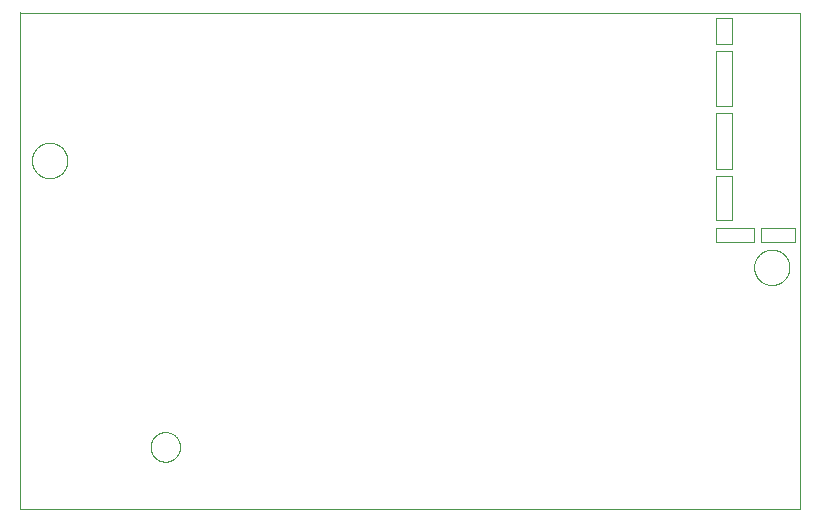
<source format=gko>
G75*
%MOIN*%
%OFA0B0*%
%FSLAX25Y25*%
%IPPOS*%
%LPD*%
%AMOC8*
5,1,8,0,0,1.08239X$1,22.5*
%
%ADD10C,0.00000*%
%ADD11C,0.00400*%
%ADD12C,0.00394*%
D10*
X0044973Y0021869D02*
X0044975Y0022009D01*
X0044981Y0022149D01*
X0044991Y0022288D01*
X0045005Y0022427D01*
X0045023Y0022566D01*
X0045044Y0022704D01*
X0045070Y0022842D01*
X0045100Y0022979D01*
X0045133Y0023114D01*
X0045171Y0023249D01*
X0045212Y0023383D01*
X0045257Y0023516D01*
X0045305Y0023647D01*
X0045358Y0023776D01*
X0045414Y0023905D01*
X0045473Y0024031D01*
X0045537Y0024156D01*
X0045603Y0024279D01*
X0045674Y0024400D01*
X0045747Y0024519D01*
X0045824Y0024636D01*
X0045905Y0024750D01*
X0045988Y0024862D01*
X0046075Y0024972D01*
X0046165Y0025080D01*
X0046257Y0025184D01*
X0046353Y0025286D01*
X0046452Y0025386D01*
X0046553Y0025482D01*
X0046657Y0025576D01*
X0046764Y0025666D01*
X0046873Y0025753D01*
X0046985Y0025838D01*
X0047099Y0025919D01*
X0047215Y0025997D01*
X0047333Y0026071D01*
X0047454Y0026142D01*
X0047576Y0026210D01*
X0047701Y0026274D01*
X0047827Y0026335D01*
X0047954Y0026392D01*
X0048084Y0026445D01*
X0048215Y0026495D01*
X0048347Y0026540D01*
X0048480Y0026583D01*
X0048615Y0026621D01*
X0048750Y0026655D01*
X0048887Y0026686D01*
X0049024Y0026713D01*
X0049162Y0026735D01*
X0049301Y0026754D01*
X0049440Y0026769D01*
X0049579Y0026780D01*
X0049719Y0026787D01*
X0049859Y0026790D01*
X0049999Y0026789D01*
X0050139Y0026784D01*
X0050278Y0026775D01*
X0050418Y0026762D01*
X0050557Y0026745D01*
X0050695Y0026724D01*
X0050833Y0026700D01*
X0050970Y0026671D01*
X0051106Y0026639D01*
X0051241Y0026602D01*
X0051375Y0026562D01*
X0051508Y0026518D01*
X0051639Y0026470D01*
X0051769Y0026419D01*
X0051898Y0026364D01*
X0052025Y0026305D01*
X0052150Y0026242D01*
X0052273Y0026177D01*
X0052395Y0026107D01*
X0052514Y0026034D01*
X0052632Y0025958D01*
X0052747Y0025879D01*
X0052860Y0025796D01*
X0052970Y0025710D01*
X0053078Y0025621D01*
X0053183Y0025529D01*
X0053286Y0025434D01*
X0053386Y0025336D01*
X0053483Y0025236D01*
X0053577Y0025132D01*
X0053669Y0025026D01*
X0053757Y0024918D01*
X0053842Y0024807D01*
X0053924Y0024693D01*
X0054003Y0024577D01*
X0054078Y0024460D01*
X0054150Y0024340D01*
X0054218Y0024218D01*
X0054283Y0024094D01*
X0054345Y0023968D01*
X0054403Y0023841D01*
X0054457Y0023712D01*
X0054508Y0023581D01*
X0054554Y0023449D01*
X0054597Y0023316D01*
X0054637Y0023182D01*
X0054672Y0023047D01*
X0054704Y0022910D01*
X0054731Y0022773D01*
X0054755Y0022635D01*
X0054775Y0022497D01*
X0054791Y0022358D01*
X0054803Y0022218D01*
X0054811Y0022079D01*
X0054815Y0021939D01*
X0054815Y0021799D01*
X0054811Y0021659D01*
X0054803Y0021520D01*
X0054791Y0021380D01*
X0054775Y0021241D01*
X0054755Y0021103D01*
X0054731Y0020965D01*
X0054704Y0020828D01*
X0054672Y0020691D01*
X0054637Y0020556D01*
X0054597Y0020422D01*
X0054554Y0020289D01*
X0054508Y0020157D01*
X0054457Y0020026D01*
X0054403Y0019897D01*
X0054345Y0019770D01*
X0054283Y0019644D01*
X0054218Y0019520D01*
X0054150Y0019398D01*
X0054078Y0019278D01*
X0054003Y0019161D01*
X0053924Y0019045D01*
X0053842Y0018931D01*
X0053757Y0018820D01*
X0053669Y0018712D01*
X0053577Y0018606D01*
X0053483Y0018502D01*
X0053386Y0018402D01*
X0053286Y0018304D01*
X0053183Y0018209D01*
X0053078Y0018117D01*
X0052970Y0018028D01*
X0052860Y0017942D01*
X0052747Y0017859D01*
X0052632Y0017780D01*
X0052514Y0017704D01*
X0052395Y0017631D01*
X0052273Y0017561D01*
X0052150Y0017496D01*
X0052025Y0017433D01*
X0051898Y0017374D01*
X0051769Y0017319D01*
X0051639Y0017268D01*
X0051508Y0017220D01*
X0051375Y0017176D01*
X0051241Y0017136D01*
X0051106Y0017099D01*
X0050970Y0017067D01*
X0050833Y0017038D01*
X0050695Y0017014D01*
X0050557Y0016993D01*
X0050418Y0016976D01*
X0050278Y0016963D01*
X0050139Y0016954D01*
X0049999Y0016949D01*
X0049859Y0016948D01*
X0049719Y0016951D01*
X0049579Y0016958D01*
X0049440Y0016969D01*
X0049301Y0016984D01*
X0049162Y0017003D01*
X0049024Y0017025D01*
X0048887Y0017052D01*
X0048750Y0017083D01*
X0048615Y0017117D01*
X0048480Y0017155D01*
X0048347Y0017198D01*
X0048215Y0017243D01*
X0048084Y0017293D01*
X0047954Y0017346D01*
X0047827Y0017403D01*
X0047701Y0017464D01*
X0047576Y0017528D01*
X0047454Y0017596D01*
X0047333Y0017667D01*
X0047215Y0017741D01*
X0047099Y0017819D01*
X0046985Y0017900D01*
X0046873Y0017985D01*
X0046764Y0018072D01*
X0046657Y0018162D01*
X0046553Y0018256D01*
X0046452Y0018352D01*
X0046353Y0018452D01*
X0046257Y0018554D01*
X0046165Y0018658D01*
X0046075Y0018766D01*
X0045988Y0018876D01*
X0045905Y0018988D01*
X0045824Y0019102D01*
X0045747Y0019219D01*
X0045674Y0019338D01*
X0045603Y0019459D01*
X0045537Y0019582D01*
X0045473Y0019707D01*
X0045414Y0019833D01*
X0045358Y0019962D01*
X0045305Y0020091D01*
X0045257Y0020222D01*
X0045212Y0020355D01*
X0045171Y0020489D01*
X0045133Y0020624D01*
X0045100Y0020759D01*
X0045070Y0020896D01*
X0045044Y0021034D01*
X0045023Y0021172D01*
X0045005Y0021311D01*
X0044991Y0021450D01*
X0044981Y0021589D01*
X0044975Y0021729D01*
X0044973Y0021869D01*
X0005437Y0117342D02*
X0005439Y0117495D01*
X0005445Y0117649D01*
X0005455Y0117802D01*
X0005469Y0117954D01*
X0005487Y0118107D01*
X0005509Y0118258D01*
X0005534Y0118409D01*
X0005564Y0118560D01*
X0005598Y0118710D01*
X0005635Y0118858D01*
X0005676Y0119006D01*
X0005721Y0119152D01*
X0005770Y0119298D01*
X0005823Y0119442D01*
X0005879Y0119584D01*
X0005939Y0119725D01*
X0006003Y0119865D01*
X0006070Y0120003D01*
X0006141Y0120139D01*
X0006216Y0120273D01*
X0006293Y0120405D01*
X0006375Y0120535D01*
X0006459Y0120663D01*
X0006547Y0120789D01*
X0006638Y0120912D01*
X0006732Y0121033D01*
X0006830Y0121151D01*
X0006930Y0121267D01*
X0007034Y0121380D01*
X0007140Y0121491D01*
X0007249Y0121599D01*
X0007361Y0121704D01*
X0007475Y0121805D01*
X0007593Y0121904D01*
X0007712Y0122000D01*
X0007834Y0122093D01*
X0007959Y0122182D01*
X0008086Y0122269D01*
X0008215Y0122351D01*
X0008346Y0122431D01*
X0008479Y0122507D01*
X0008614Y0122580D01*
X0008751Y0122649D01*
X0008890Y0122714D01*
X0009030Y0122776D01*
X0009172Y0122834D01*
X0009315Y0122889D01*
X0009460Y0122940D01*
X0009606Y0122987D01*
X0009753Y0123030D01*
X0009901Y0123069D01*
X0010050Y0123105D01*
X0010200Y0123136D01*
X0010351Y0123164D01*
X0010502Y0123188D01*
X0010655Y0123208D01*
X0010807Y0123224D01*
X0010960Y0123236D01*
X0011113Y0123244D01*
X0011266Y0123248D01*
X0011420Y0123248D01*
X0011573Y0123244D01*
X0011726Y0123236D01*
X0011879Y0123224D01*
X0012031Y0123208D01*
X0012184Y0123188D01*
X0012335Y0123164D01*
X0012486Y0123136D01*
X0012636Y0123105D01*
X0012785Y0123069D01*
X0012933Y0123030D01*
X0013080Y0122987D01*
X0013226Y0122940D01*
X0013371Y0122889D01*
X0013514Y0122834D01*
X0013656Y0122776D01*
X0013796Y0122714D01*
X0013935Y0122649D01*
X0014072Y0122580D01*
X0014207Y0122507D01*
X0014340Y0122431D01*
X0014471Y0122351D01*
X0014600Y0122269D01*
X0014727Y0122182D01*
X0014852Y0122093D01*
X0014974Y0122000D01*
X0015093Y0121904D01*
X0015211Y0121805D01*
X0015325Y0121704D01*
X0015437Y0121599D01*
X0015546Y0121491D01*
X0015652Y0121380D01*
X0015756Y0121267D01*
X0015856Y0121151D01*
X0015954Y0121033D01*
X0016048Y0120912D01*
X0016139Y0120789D01*
X0016227Y0120663D01*
X0016311Y0120535D01*
X0016393Y0120405D01*
X0016470Y0120273D01*
X0016545Y0120139D01*
X0016616Y0120003D01*
X0016683Y0119865D01*
X0016747Y0119725D01*
X0016807Y0119584D01*
X0016863Y0119442D01*
X0016916Y0119298D01*
X0016965Y0119152D01*
X0017010Y0119006D01*
X0017051Y0118858D01*
X0017088Y0118710D01*
X0017122Y0118560D01*
X0017152Y0118409D01*
X0017177Y0118258D01*
X0017199Y0118107D01*
X0017217Y0117954D01*
X0017231Y0117802D01*
X0017241Y0117649D01*
X0017247Y0117495D01*
X0017249Y0117342D01*
X0017247Y0117189D01*
X0017241Y0117035D01*
X0017231Y0116882D01*
X0017217Y0116730D01*
X0017199Y0116577D01*
X0017177Y0116426D01*
X0017152Y0116275D01*
X0017122Y0116124D01*
X0017088Y0115974D01*
X0017051Y0115826D01*
X0017010Y0115678D01*
X0016965Y0115532D01*
X0016916Y0115386D01*
X0016863Y0115242D01*
X0016807Y0115100D01*
X0016747Y0114959D01*
X0016683Y0114819D01*
X0016616Y0114681D01*
X0016545Y0114545D01*
X0016470Y0114411D01*
X0016393Y0114279D01*
X0016311Y0114149D01*
X0016227Y0114021D01*
X0016139Y0113895D01*
X0016048Y0113772D01*
X0015954Y0113651D01*
X0015856Y0113533D01*
X0015756Y0113417D01*
X0015652Y0113304D01*
X0015546Y0113193D01*
X0015437Y0113085D01*
X0015325Y0112980D01*
X0015211Y0112879D01*
X0015093Y0112780D01*
X0014974Y0112684D01*
X0014852Y0112591D01*
X0014727Y0112502D01*
X0014600Y0112415D01*
X0014471Y0112333D01*
X0014340Y0112253D01*
X0014207Y0112177D01*
X0014072Y0112104D01*
X0013935Y0112035D01*
X0013796Y0111970D01*
X0013656Y0111908D01*
X0013514Y0111850D01*
X0013371Y0111795D01*
X0013226Y0111744D01*
X0013080Y0111697D01*
X0012933Y0111654D01*
X0012785Y0111615D01*
X0012636Y0111579D01*
X0012486Y0111548D01*
X0012335Y0111520D01*
X0012184Y0111496D01*
X0012031Y0111476D01*
X0011879Y0111460D01*
X0011726Y0111448D01*
X0011573Y0111440D01*
X0011420Y0111436D01*
X0011266Y0111436D01*
X0011113Y0111440D01*
X0010960Y0111448D01*
X0010807Y0111460D01*
X0010655Y0111476D01*
X0010502Y0111496D01*
X0010351Y0111520D01*
X0010200Y0111548D01*
X0010050Y0111579D01*
X0009901Y0111615D01*
X0009753Y0111654D01*
X0009606Y0111697D01*
X0009460Y0111744D01*
X0009315Y0111795D01*
X0009172Y0111850D01*
X0009030Y0111908D01*
X0008890Y0111970D01*
X0008751Y0112035D01*
X0008614Y0112104D01*
X0008479Y0112177D01*
X0008346Y0112253D01*
X0008215Y0112333D01*
X0008086Y0112415D01*
X0007959Y0112502D01*
X0007834Y0112591D01*
X0007712Y0112684D01*
X0007593Y0112780D01*
X0007475Y0112879D01*
X0007361Y0112980D01*
X0007249Y0113085D01*
X0007140Y0113193D01*
X0007034Y0113304D01*
X0006930Y0113417D01*
X0006830Y0113533D01*
X0006732Y0113651D01*
X0006638Y0113772D01*
X0006547Y0113895D01*
X0006459Y0114021D01*
X0006375Y0114149D01*
X0006293Y0114279D01*
X0006216Y0114411D01*
X0006141Y0114545D01*
X0006070Y0114681D01*
X0006003Y0114819D01*
X0005939Y0114959D01*
X0005879Y0115100D01*
X0005823Y0115242D01*
X0005770Y0115386D01*
X0005721Y0115532D01*
X0005676Y0115678D01*
X0005635Y0115826D01*
X0005598Y0115974D01*
X0005564Y0116124D01*
X0005534Y0116275D01*
X0005509Y0116426D01*
X0005487Y0116577D01*
X0005469Y0116730D01*
X0005455Y0116882D01*
X0005445Y0117035D01*
X0005439Y0117189D01*
X0005437Y0117342D01*
X0246145Y0081751D02*
X0246147Y0081904D01*
X0246153Y0082058D01*
X0246163Y0082211D01*
X0246177Y0082363D01*
X0246195Y0082516D01*
X0246217Y0082667D01*
X0246242Y0082818D01*
X0246272Y0082969D01*
X0246306Y0083119D01*
X0246343Y0083267D01*
X0246384Y0083415D01*
X0246429Y0083561D01*
X0246478Y0083707D01*
X0246531Y0083851D01*
X0246587Y0083993D01*
X0246647Y0084134D01*
X0246711Y0084274D01*
X0246778Y0084412D01*
X0246849Y0084548D01*
X0246924Y0084682D01*
X0247001Y0084814D01*
X0247083Y0084944D01*
X0247167Y0085072D01*
X0247255Y0085198D01*
X0247346Y0085321D01*
X0247440Y0085442D01*
X0247538Y0085560D01*
X0247638Y0085676D01*
X0247742Y0085789D01*
X0247848Y0085900D01*
X0247957Y0086008D01*
X0248069Y0086113D01*
X0248183Y0086214D01*
X0248301Y0086313D01*
X0248420Y0086409D01*
X0248542Y0086502D01*
X0248667Y0086591D01*
X0248794Y0086678D01*
X0248923Y0086760D01*
X0249054Y0086840D01*
X0249187Y0086916D01*
X0249322Y0086989D01*
X0249459Y0087058D01*
X0249598Y0087123D01*
X0249738Y0087185D01*
X0249880Y0087243D01*
X0250023Y0087298D01*
X0250168Y0087349D01*
X0250314Y0087396D01*
X0250461Y0087439D01*
X0250609Y0087478D01*
X0250758Y0087514D01*
X0250908Y0087545D01*
X0251059Y0087573D01*
X0251210Y0087597D01*
X0251363Y0087617D01*
X0251515Y0087633D01*
X0251668Y0087645D01*
X0251821Y0087653D01*
X0251974Y0087657D01*
X0252128Y0087657D01*
X0252281Y0087653D01*
X0252434Y0087645D01*
X0252587Y0087633D01*
X0252739Y0087617D01*
X0252892Y0087597D01*
X0253043Y0087573D01*
X0253194Y0087545D01*
X0253344Y0087514D01*
X0253493Y0087478D01*
X0253641Y0087439D01*
X0253788Y0087396D01*
X0253934Y0087349D01*
X0254079Y0087298D01*
X0254222Y0087243D01*
X0254364Y0087185D01*
X0254504Y0087123D01*
X0254643Y0087058D01*
X0254780Y0086989D01*
X0254915Y0086916D01*
X0255048Y0086840D01*
X0255179Y0086760D01*
X0255308Y0086678D01*
X0255435Y0086591D01*
X0255560Y0086502D01*
X0255682Y0086409D01*
X0255801Y0086313D01*
X0255919Y0086214D01*
X0256033Y0086113D01*
X0256145Y0086008D01*
X0256254Y0085900D01*
X0256360Y0085789D01*
X0256464Y0085676D01*
X0256564Y0085560D01*
X0256662Y0085442D01*
X0256756Y0085321D01*
X0256847Y0085198D01*
X0256935Y0085072D01*
X0257019Y0084944D01*
X0257101Y0084814D01*
X0257178Y0084682D01*
X0257253Y0084548D01*
X0257324Y0084412D01*
X0257391Y0084274D01*
X0257455Y0084134D01*
X0257515Y0083993D01*
X0257571Y0083851D01*
X0257624Y0083707D01*
X0257673Y0083561D01*
X0257718Y0083415D01*
X0257759Y0083267D01*
X0257796Y0083119D01*
X0257830Y0082969D01*
X0257860Y0082818D01*
X0257885Y0082667D01*
X0257907Y0082516D01*
X0257925Y0082363D01*
X0257939Y0082211D01*
X0257949Y0082058D01*
X0257955Y0081904D01*
X0257957Y0081751D01*
X0257955Y0081598D01*
X0257949Y0081444D01*
X0257939Y0081291D01*
X0257925Y0081139D01*
X0257907Y0080986D01*
X0257885Y0080835D01*
X0257860Y0080684D01*
X0257830Y0080533D01*
X0257796Y0080383D01*
X0257759Y0080235D01*
X0257718Y0080087D01*
X0257673Y0079941D01*
X0257624Y0079795D01*
X0257571Y0079651D01*
X0257515Y0079509D01*
X0257455Y0079368D01*
X0257391Y0079228D01*
X0257324Y0079090D01*
X0257253Y0078954D01*
X0257178Y0078820D01*
X0257101Y0078688D01*
X0257019Y0078558D01*
X0256935Y0078430D01*
X0256847Y0078304D01*
X0256756Y0078181D01*
X0256662Y0078060D01*
X0256564Y0077942D01*
X0256464Y0077826D01*
X0256360Y0077713D01*
X0256254Y0077602D01*
X0256145Y0077494D01*
X0256033Y0077389D01*
X0255919Y0077288D01*
X0255801Y0077189D01*
X0255682Y0077093D01*
X0255560Y0077000D01*
X0255435Y0076911D01*
X0255308Y0076824D01*
X0255179Y0076742D01*
X0255048Y0076662D01*
X0254915Y0076586D01*
X0254780Y0076513D01*
X0254643Y0076444D01*
X0254504Y0076379D01*
X0254364Y0076317D01*
X0254222Y0076259D01*
X0254079Y0076204D01*
X0253934Y0076153D01*
X0253788Y0076106D01*
X0253641Y0076063D01*
X0253493Y0076024D01*
X0253344Y0075988D01*
X0253194Y0075957D01*
X0253043Y0075929D01*
X0252892Y0075905D01*
X0252739Y0075885D01*
X0252587Y0075869D01*
X0252434Y0075857D01*
X0252281Y0075849D01*
X0252128Y0075845D01*
X0251974Y0075845D01*
X0251821Y0075849D01*
X0251668Y0075857D01*
X0251515Y0075869D01*
X0251363Y0075885D01*
X0251210Y0075905D01*
X0251059Y0075929D01*
X0250908Y0075957D01*
X0250758Y0075988D01*
X0250609Y0076024D01*
X0250461Y0076063D01*
X0250314Y0076106D01*
X0250168Y0076153D01*
X0250023Y0076204D01*
X0249880Y0076259D01*
X0249738Y0076317D01*
X0249598Y0076379D01*
X0249459Y0076444D01*
X0249322Y0076513D01*
X0249187Y0076586D01*
X0249054Y0076662D01*
X0248923Y0076742D01*
X0248794Y0076824D01*
X0248667Y0076911D01*
X0248542Y0077000D01*
X0248420Y0077093D01*
X0248301Y0077189D01*
X0248183Y0077288D01*
X0248069Y0077389D01*
X0247957Y0077494D01*
X0247848Y0077602D01*
X0247742Y0077713D01*
X0247638Y0077826D01*
X0247538Y0077942D01*
X0247440Y0078060D01*
X0247346Y0078181D01*
X0247255Y0078304D01*
X0247167Y0078430D01*
X0247083Y0078558D01*
X0247001Y0078688D01*
X0246924Y0078820D01*
X0246849Y0078954D01*
X0246778Y0079090D01*
X0246711Y0079228D01*
X0246647Y0079368D01*
X0246587Y0079509D01*
X0246531Y0079651D01*
X0246478Y0079795D01*
X0246429Y0079941D01*
X0246384Y0080087D01*
X0246343Y0080235D01*
X0246306Y0080383D01*
X0246272Y0080533D01*
X0246242Y0080684D01*
X0246217Y0080835D01*
X0246195Y0080986D01*
X0246177Y0081139D01*
X0246163Y0081291D01*
X0246153Y0081444D01*
X0246147Y0081598D01*
X0246145Y0081751D01*
D11*
X0001500Y0001200D02*
X0001500Y0166554D01*
X0001500Y0166712D01*
D12*
X0001500Y0001200D02*
X0261343Y0001200D01*
X0261343Y0166554D01*
X0001500Y0166554D01*
X0233390Y0164980D02*
X0233390Y0156318D01*
X0238902Y0156318D01*
X0238902Y0164980D01*
X0233390Y0164980D01*
X0233390Y0153956D02*
X0238902Y0153956D01*
X0238902Y0135452D01*
X0233390Y0135452D01*
X0233390Y0153956D01*
X0233390Y0133090D02*
X0238902Y0133090D01*
X0238902Y0114586D01*
X0233390Y0114586D01*
X0233390Y0133090D01*
X0233390Y0112224D02*
X0238902Y0112224D01*
X0238902Y0097657D01*
X0233390Y0097657D01*
X0233390Y0112224D01*
X0233390Y0094901D02*
X0245988Y0094901D01*
X0245988Y0090176D01*
X0233390Y0090176D01*
X0233390Y0094901D01*
X0248350Y0094901D02*
X0248350Y0090176D01*
X0259768Y0090176D01*
X0259768Y0094901D01*
X0248350Y0094901D01*
M02*

</source>
